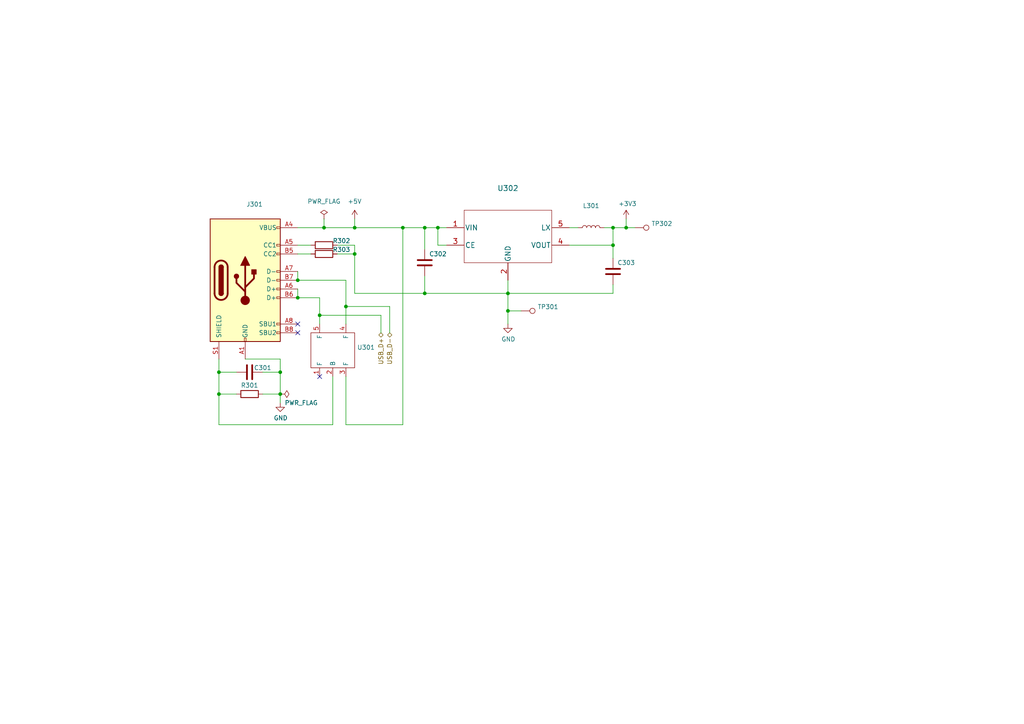
<source format=kicad_sch>
(kicad_sch (version 20211123) (generator eeschema)
  (paper "A4")
  (lib_symbols
    (symbol "BZA956A:BZA956A"
      (property "Reference" "U" (at 0 0 0))
      (property "Value" "BZA956A" (at 0 0 0))
      (symbol "BZA956A_0_1"
        (rectangle (start -6.35 5.08) (end 6.35 -5.08) (stroke (width 0.1524)))
      )
      (symbol "BZA956A_1_1"
        (pin input line (at -3.81 -7.62 90) (length 2.54) (name "F") (number "1"))
        (pin input line (at 0 -7.62 90) (length 2.54) (name "B") (number "2"))
        (pin input line (at 3.81 -7.62 90) (length 2.54) (name "F") (number "3"))
        (pin input line (at 3.81 7.62 270) (length 2.54) (name "F") (number "4"))
        (pin input line (at -3.81 7.62 270) (length 2.54) (name "F") (number "5"))
      )
    )
    (symbol "Connector:TestPoint" (pin_numbers hide) (pin_names (offset 0.762) hide)
      (property "Reference" "TP" (at 0 6.858 0))
      (property "Value" "TestPoint" (at 0 5.08 0))
      (symbol "TestPoint_0_1"
        (circle (center 0 3.302) (radius 0.762))
      )
      (symbol "TestPoint_1_1"
        (pin passive line (at 0 0 90) (length 2.54) (name "1") (number "1"))
      )
    )
    (symbol "Connector:USB_C_Receptacle_USB2.0" (pin_names (offset 1.016))
      (property "Reference" "J" (at -10.16 19.05 0))
      (property "Value" "USB_C_Receptacle_USB2.0" (at 19.05 19.05 0))
      (symbol "USB_C_Receptacle_USB2.0_0_0"
        (rectangle (start -0.254 -17.78) (end 0.254 -16.764))
        (rectangle (start 10.16 -14.986) (end 9.144 -15.494))
        (rectangle (start 10.16 -12.446) (end 9.144 -12.954))
        (rectangle (start 10.16 -4.826) (end 9.144 -5.334))
        (rectangle (start 10.16 -2.286) (end 9.144 -2.794))
        (rectangle (start 10.16 0.254) (end 9.144 -0.254))
        (rectangle (start 10.16 2.794) (end 9.144 2.286))
        (rectangle (start 10.16 7.874) (end 9.144 7.366))
        (rectangle (start 10.16 10.414) (end 9.144 9.906))
        (rectangle (start 10.16 15.494) (end 9.144 14.986))
      )
      (symbol "USB_C_Receptacle_USB2.0_0_1"
        (rectangle (start -10.16 17.78) (end 10.16 -17.78) (stroke (width 0.254)) (fill (type background)))
        (arc (start -8.89 -3.81) (mid -6.985 -5.715) (end -5.08 -3.81) (stroke (width 0.508)))
        (arc (start -7.62 -3.81) (mid -6.985 -4.445) (end -6.35 -3.81) (stroke (width 0.254)))
        (arc (start -7.62 -3.81) (mid -6.985 -4.445) (end -6.35 -3.81) (stroke (width 0.254)) (fill (type outline)))
        (rectangle (start -7.62 -3.81) (end -6.35 3.81) (stroke (width 0.254)) (fill (type outline)))
        (arc (start -6.35 3.81) (mid -6.985 4.445) (end -7.62 3.81) (stroke (width 0.254)))
        (arc (start -6.35 3.81) (mid -6.985 4.445) (end -7.62 3.81) (stroke (width 0.254)) (fill (type outline)))
        (arc (start -5.08 3.81) (mid -6.985 5.715) (end -8.89 3.81) (stroke (width 0.508)))
        (circle (center -2.54 1.143) (radius 0.635) (stroke (width 0.254)) (fill (type outline)))
        (circle (center 0 -5.842) (radius 1.27) (fill (type outline)))
        (polyline (pts (xy -8.89 -3.81) (xy -8.89 3.81)) (stroke (width 0.508)))
        (polyline (pts (xy -5.08 3.81) (xy -5.08 -3.81)) (stroke (width 0.508)))
        (polyline (pts (xy 0 -5.842) (xy 0 4.318)) (stroke (width 0.508)))
        (polyline (pts (xy 0 -3.302) (xy -2.54 -0.762) (xy -2.54 0.508)) (stroke (width 0.508)))
        (polyline (pts (xy 0 -2.032) (xy 2.54 0.508) (xy 2.54 1.778)) (stroke (width 0.508)))
        (polyline (pts (xy -1.27 4.318) (xy 0 6.858) (xy 1.27 4.318) (xy -1.27 4.318)) (stroke (width 0.254)) (fill (type outline)))
        (rectangle (start 1.905 1.778) (end 3.175 3.048) (stroke (width 0.254)) (fill (type outline)))
      )
      (symbol "USB_C_Receptacle_USB2.0_1_1"
        (pin passive line (at 0 -22.86 90) (length 5.08) (name "GND") (number "A1"))
        (pin passive line (at 0 -22.86 90) (length 5.08) hide (name "GND") (number "A12"))
        (pin passive line (at 15.24 15.24 180) (length 5.08) (name "VBUS") (number "A4"))
        (pin bidirectional line (at 15.24 10.16 180) (length 5.08) (name "CC1") (number "A5"))
        (pin bidirectional line (at 15.24 -2.54 180) (length 5.08) (name "D+") (number "A6"))
        (pin bidirectional line (at 15.24 2.54 180) (length 5.08) (name "D-") (number "A7"))
        (pin bidirectional line (at 15.24 -12.7 180) (length 5.08) (name "SBU1") (number "A8"))
        (pin passive line (at 15.24 15.24 180) (length 5.08) hide (name "VBUS") (number "A9"))
        (pin passive line (at 0 -22.86 90) (length 5.08) hide (name "GND") (number "B1"))
        (pin passive line (at 0 -22.86 90) (length 5.08) hide (name "GND") (number "B12"))
        (pin passive line (at 15.24 15.24 180) (length 5.08) hide (name "VBUS") (number "B4"))
        (pin bidirectional line (at 15.24 7.62 180) (length 5.08) (name "CC2") (number "B5"))
        (pin bidirectional line (at 15.24 -5.08 180) (length 5.08) (name "D+") (number "B6"))
        (pin bidirectional line (at 15.24 0 180) (length 5.08) (name "D-") (number "B7"))
        (pin bidirectional line (at 15.24 -15.24 180) (length 5.08) (name "SBU2") (number "B8"))
        (pin passive line (at 15.24 15.24 180) (length 5.08) hide (name "VBUS") (number "B9"))
        (pin passive line (at -7.62 -22.86 90) (length 5.08) (name "SHIELD") (number "S1"))
      )
    )
    (symbol "Device:C" (pin_numbers hide) (pin_names (offset 0.254))
      (property "Reference" "C" (at 0.635 2.54 0))
      (property "Value" "C" (at 0.635 -2.54 0))
      (symbol "C_0_1"
        (polyline (pts (xy -2.032 -0.762) (xy 2.032 -0.762)) (stroke (width 0.508)))
        (polyline (pts (xy -2.032 0.762) (xy 2.032 0.762)) (stroke (width 0.508)))
      )
      (symbol "C_1_1"
        (pin passive line (at 0 3.81 270) (length 2.794) (name "~") (number "1"))
        (pin passive line (at 0 -3.81 90) (length 2.794) (name "~") (number "2"))
      )
    )
    (symbol "Device:L" (pin_numbers hide) (pin_names (offset 1.016) hide)
      (property "Reference" "L" (at -1.27 0 90))
      (property "Value" "L" (at 1.905 0 90))
      (symbol "L_0_1"
        (arc (start 0 -2.54) (mid 0.635 -1.905) (end 0 -1.27))
        (arc (start 0 -1.27) (mid 0.635 -0.635) (end 0 0))
        (arc (start 0 0) (mid 0.635 0.635) (end 0 1.27))
        (arc (start 0 1.27) (mid 0.635 1.905) (end 0 2.54))
      )
      (symbol "L_1_1"
        (pin passive line (at 0 3.81 270) (length 1.27) (name "1") (number "1"))
        (pin passive line (at 0 -3.81 90) (length 1.27) (name "2") (number "2"))
      )
    )
    (symbol "Device:R" (pin_numbers hide) (pin_names (offset 0))
      (property "Reference" "R" (at 2.032 0 90))
      (property "Value" "R" (at 0 0 90))
      (symbol "R_0_1"
        (rectangle (start -1.016 -2.54) (end 1.016 2.54) (stroke (width 0.254)))
      )
      (symbol "R_1_1"
        (pin passive line (at 0 3.81 270) (length 1.27) (name "~") (number "1"))
        (pin passive line (at 0 -3.81 90) (length 1.27) (name "~") (number "2"))
      )
    )
    (symbol "XC9265A331MR-G:XC9265A331MR-G" (pin_names (offset 0.254))
      (property "Reference" "U" (at 20.32 10.16 0))
      (property "Value" "XC9265A331MR-G" (at 20.32 7.62 0))
      (symbol "XC9265A331MR-G_1_1"
        (polyline (pts (xy 7.62 -10.16) (xy 33.02 -10.16)) (stroke (width 0.127)))
        (polyline (pts (xy 7.62 5.08) (xy 7.62 -10.16)) (stroke (width 0.127)))
        (polyline (pts (xy 33.02 -10.16) (xy 33.02 5.08)) (stroke (width 0.127)))
        (polyline (pts (xy 33.02 5.08) (xy 7.62 5.08)) (stroke (width 0.127)))
        (pin power_in line (at 2.54 0 0) (length 5.08) (name "VIN") (number "1"))
        (pin power_in line (at 20.32 -15.24 90) (length 5.08) (name "GND") (number "2"))
        (pin unspecified line (at 2.54 -5.08 0) (length 5.08) (name "CE") (number "3"))
        (pin power_out line (at 38.1 -5.08 180) (length 5.08) (name "VOUT") (number "4"))
        (pin power_out line (at 38.1 0 180) (length 5.08) (name "LX") (number "5"))
      )
    )
    (symbol "power:+3V3" (power) (pin_names (offset 0))
      (property "Value" "+3V3" (at 0 3.556 0))
      (symbol "+3V3_0_1"
        (polyline (pts (xy -0.762 1.27) (xy 0 2.54)))
        (polyline (pts (xy 0 0) (xy 0 2.54)))
        (polyline (pts (xy 0 2.54) (xy 0.762 1.27)))
      )
      (symbol "+3V3_1_1"
        (pin power_in line (at 0 0 90) (length 0) hide (name "+3V3") (number "1"))
      )
    )
    (symbol "power:+5V" (power) (pin_names (offset 0))
      (property "Value" "+5V" (at 0 3.556 0))
      (symbol "+5V_0_1"
        (polyline (pts (xy -0.762 1.27) (xy 0 2.54)))
        (polyline (pts (xy 0 0) (xy 0 2.54)))
        (polyline (pts (xy 0 2.54) (xy 0.762 1.27)))
      )
      (symbol "+5V_1_1"
        (pin power_in line (at 0 0 90) (length 0) hide (name "+5V") (number "1"))
      )
    )
    (symbol "power:GND" (power) (pin_names (offset 0))
      (property "Value" "GND" (at 0 -3.81 0))
      (symbol "GND_0_1"
        (polyline (pts (xy 0 0) (xy 0 -1.27) (xy 1.27 -1.27) (xy 0 -2.54) (xy -1.27 -1.27) (xy 0 -1.27)))
      )
      (symbol "GND_1_1"
        (pin power_in line (at 0 0 270) (length 0) hide (name "GND") (number "1"))
      )
    )
    (symbol "power:PWR_FLAG" (power) (pin_numbers hide) (pin_names (offset 0) hide)
      (property "Value" "PWR_FLAG" (at 0 3.81 0))
      (symbol "PWR_FLAG_0_0"
        (pin power_out line (at 0 0 90) (length 0) (name "pwr") (number "1"))
      )
      (symbol "PWR_FLAG_0_1"
        (polyline (pts (xy 0 0) (xy 0 1.27) (xy -1.016 1.905) (xy 0 2.54) (xy 1.016 1.905) (xy 0 1.27)))
      )
    )
  )
  (junction (at 147.32 90.17))
  (junction (at 100.33 88.9))
  (junction (at 123.19 85.09))
  (junction (at 63.5 114.3))
  (junction (at 86.36 86.36))
  (junction (at 147.32 85.09))
  (junction (at 92.71 91.44))
  (junction (at 93.98 66.04))
  (junction (at 81.28 114.3))
  (junction (at 102.87 66.04))
  (junction (at 177.8 71.12))
  (junction (at 116.84 66.04))
  (junction (at 181.61 66.04))
  (junction (at 123.19 66.04))
  (junction (at 81.28 107.95))
  (junction (at 127 66.04))
  (junction (at 177.8 66.04))
  (junction (at 102.87 73.66))
  (junction (at 86.36 81.28))
  (junction (at 63.5 107.95))
  (no_connect (at 92.71 109.22))
  (no_connect (at 86.36 93.98))
  (no_connect (at 86.36 96.52))
  (wire (pts (xy 177.8 74.93) (xy 177.8 71.12)))
  (wire (pts (xy 86.36 73.66) (xy 90.17 73.66)))
  (wire (pts (xy 151.13 90.17) (xy 147.32 90.17)))
  (wire (pts (xy 100.33 88.9) (xy 113.03 88.9)))
  (wire (pts (xy 63.5 123.19) (xy 63.5 114.3)))
  (wire (pts (xy 93.98 63.5) (xy 93.98 66.04)))
  (wire (pts (xy 100.33 123.19) (xy 116.84 123.19)))
  (wire (pts (xy 177.8 71.12) (xy 177.8 66.04)))
  (wire (pts (xy 96.52 123.19) (xy 63.5 123.19)))
  (wire (pts (xy 86.36 66.04) (xy 93.98 66.04)))
  (wire (pts (xy 97.79 73.66) (xy 102.87 73.66)))
  (wire (pts (xy 181.61 66.04) (xy 181.61 63.5)))
  (wire (pts (xy 100.33 81.28) (xy 100.33 88.9)))
  (wire (pts (xy 175.26 66.04) (xy 177.8 66.04)))
  (wire (pts (xy 63.5 104.14) (xy 63.5 107.95)))
  (wire (pts (xy 100.33 88.9) (xy 100.33 93.98)))
  (wire (pts (xy 81.28 107.95) (xy 81.28 104.14)))
  (wire (pts (xy 116.84 123.19) (xy 116.84 66.04)))
  (wire (pts (xy 90.17 71.12) (xy 86.36 71.12)))
  (wire (pts (xy 110.49 96.52) (xy 110.49 91.44)))
  (wire (pts (xy 81.28 114.3) (xy 81.28 116.84)))
  (wire (pts (xy 86.36 83.82) (xy 86.36 86.36)))
  (wire (pts (xy 68.58 107.95) (xy 63.5 107.95)))
  (wire (pts (xy 86.36 78.74) (xy 86.36 81.28)))
  (wire (pts (xy 177.8 82.55) (xy 177.8 85.09)))
  (wire (pts (xy 81.28 104.14) (xy 71.12 104.14)))
  (wire (pts (xy 102.87 71.12) (xy 97.79 71.12)))
  (wire (pts (xy 165.1 71.12) (xy 177.8 71.12)))
  (wire (pts (xy 123.19 85.09) (xy 147.32 85.09)))
  (wire (pts (xy 102.87 73.66) (xy 102.87 71.12)))
  (wire (pts (xy 123.19 66.04) (xy 127 66.04)))
  (wire (pts (xy 102.87 63.5) (xy 102.87 66.04)))
  (wire (pts (xy 92.71 91.44) (xy 92.71 93.98)))
  (wire (pts (xy 100.33 109.22) (xy 100.33 123.19)))
  (wire (pts (xy 68.58 114.3) (xy 63.5 114.3)))
  (wire (pts (xy 123.19 66.04) (xy 123.19 72.39)))
  (wire (pts (xy 147.32 81.28) (xy 147.32 85.09)))
  (wire (pts (xy 96.52 109.22) (xy 96.52 123.19)))
  (wire (pts (xy 102.87 73.66) (xy 102.87 85.09)))
  (wire (pts (xy 76.2 114.3) (xy 81.28 114.3)))
  (wire (pts (xy 93.98 66.04) (xy 102.87 66.04)))
  (wire (pts (xy 81.28 107.95) (xy 81.28 114.3)))
  (wire (pts (xy 177.8 85.09) (xy 147.32 85.09)))
  (wire (pts (xy 116.84 66.04) (xy 123.19 66.04)))
  (wire (pts (xy 184.15 66.04) (xy 181.61 66.04)))
  (wire (pts (xy 102.87 66.04) (xy 116.84 66.04)))
  (wire (pts (xy 63.5 107.95) (xy 63.5 114.3)))
  (wire (pts (xy 127 66.04) (xy 129.54 66.04)))
  (wire (pts (xy 113.03 88.9) (xy 113.03 96.52)))
  (wire (pts (xy 123.19 80.01) (xy 123.19 85.09)))
  (wire (pts (xy 147.32 93.98) (xy 147.32 90.17)))
  (wire (pts (xy 92.71 91.44) (xy 110.49 91.44)))
  (wire (pts (xy 102.87 85.09) (xy 123.19 85.09)))
  (wire (pts (xy 127 71.12) (xy 127 66.04)))
  (wire (pts (xy 127 71.12) (xy 129.54 71.12)))
  (wire (pts (xy 81.28 107.95) (xy 76.2 107.95)))
  (wire (pts (xy 86.36 86.36) (xy 92.71 86.36)))
  (wire (pts (xy 165.1 66.04) (xy 167.64 66.04)))
  (wire (pts (xy 92.71 86.36) (xy 92.71 91.44)))
  (wire (pts (xy 86.36 81.28) (xy 100.33 81.28)))
  (wire (pts (xy 177.8 66.04) (xy 181.61 66.04)))
  (wire (pts (xy 147.32 90.17) (xy 147.32 85.09)))
  (hierarchical_label "USB_D-" (shape bidirectional) (at 113.03 96.52 270))
  (hierarchical_label "USB_D+" (shape bidirectional) (at 110.49 96.52 270))
  (symbol (lib_id "Device:R") (at 93.98 73.66 270) (unit 1)
    (property "Reference" "R303" (at 99.06 72.39 90))
  )
  (symbol (lib_id "Device:R") (at 93.98 71.12 270) (unit 1)
    (property "Reference" "R302" (at 99.06 69.85 90))
  )
  (symbol (lib_id "Connector:TestPoint") (at 151.13 90.17 270) (unit 1)
    (property "Reference" "TP301" (at 155.9052 89.0016 90) (effects (justify left)))
  )
  (symbol (lib_id "power:PWR_FLAG") (at 81.28 114.3 270) (unit 1)
    (property "Reference" "#FLG0301" (effects hide))
    (property "Value" "PWR_FLAG" (at 82.55 116.84 90) (effects (justify left)))
  )
  (symbol (lib_id "Device:L") (at 171.45 66.04 90) (unit 1)
    (property "Reference" "L301" (at 171.45 59.69 90))
  )
  (symbol (lib_id "power:+3V3") (at 181.61 63.5 0) (unit 1)
    (property "Reference" "#PWR0304" (effects hide))
    (property "Value" "+3V3" (at 181.991 59.1058 0))
  )
  (symbol (lib_id "Device:C") (at 72.39 107.95 90) (unit 1)
    (property "Reference" "C301" (at 76.2 106.68 90))
  )
  (symbol (lib_id "BZA956A:BZA956A") (at 96.52 101.6 0) (unit 1)
    (property "Reference" "U301" (at 103.5812 100.7653 0) (effects (justify left)))
    (property "Datasheet" "https://assets.nexperia.com/documents/data-sheet/BZA800AVL_SERIES.pdf" (effects hide))
    (property "DK" "https://www.digikey.no/no/products/detail/nexperia-usa-inc/BZA856AVL-115/1155404" (effects hide))
  )
  (symbol (lib_id "Device:R") (at 72.39 114.3 90) (unit 1)
    (property "Reference" "R301" (at 72.39 111.76 90))
  )
  (symbol (lib_id "power:+5V") (at 102.87 63.5 0) (unit 1)
    (property "Reference" "#PWR0302" (effects hide))
    (property "Value" "+5V" (at 102.87 58.42 0))
  )
  (symbol (lib_id "Connector:USB_C_Receptacle_USB2.0") (at 71.12 81.28 0) (unit 1)
    (property "Reference" "J301" (at 73.8378 59.2582 0))
    (property "Datasheet" "https://www.usb.org/sites/default/files/documents/usb_type-c.zip" (effects hide))
    (property "DK" "https://www.digikey.no/no/products/detail/USB4110-GF-A/2073-USB4110-GF-A-1-ND/10384548?itemSeq=385830842" (effects hide))
  )
  (symbol (lib_id "power:GND") (at 147.32 93.98 0) (unit 1)
    (property "Reference" "#PWR0303" (effects hide))
    (property "Value" "GND" (at 147.447 98.3742 0))
  )
  (symbol (lib_id "Connector:TestPoint") (at 184.15 66.04 270) (unit 1)
    (property "Reference" "TP302" (at 188.9252 64.8716 90) (effects (justify left)))
  )
  (symbol (lib_id "Device:C") (at 177.8 78.74 0) (unit 1)
    (property "Reference" "C303" (at 179.07 76.2 0) (effects (justify left)))
  )
  (symbol (lib_id "XC9265A331MR-G:XC9265A331MR-G") (at 127 66.04 0) (unit 1)
    (property "Reference" "U302" (at 147.32 54.61 0) (effects (font (size 1.524 1.524))))
    (property "Datasheet" "https://www.torexsemi.com/file/xc9265/XC9265.pdf" (effects hide))
    (property "DK" "https://www.digikey.no/no/products/detail/XC9265A331MR-G/893-1307-1-ND/5964849?itemSeq=385815299" (effects hide))
  )
  (symbol (lib_id "Device:C") (at 123.19 76.2 0) (unit 1)
    (property "Reference" "C302" (at 124.46 73.66 0) (effects (justify left)))
  )
  (symbol (lib_id "power:GND") (at 81.28 116.84 0) (unit 1)
    (property "Reference" "#PWR0301" (effects hide))
    (property "Value" "GND" (at 81.407 121.2342 0))
  )
  (symbol (lib_id "power:PWR_FLAG") (at 93.98 63.5 0) (unit 1)
    (property "Reference" "#FLG0302" (effects hide))
    (property "Value" "PWR_FLAG" (at 93.98 58.42 0))
  )
)
</source>
